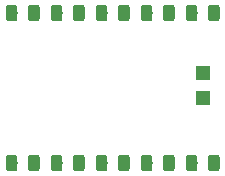
<source format=gbr>
G04 #@! TF.GenerationSoftware,KiCad,Pcbnew,(5.0.2)-1*
G04 #@! TF.CreationDate,2019-03-06T22:55:48-05:00*
G04 #@! TF.ProjectId,v2,76322e6b-6963-4616-945f-706362585858,rev?*
G04 #@! TF.SameCoordinates,Original*
G04 #@! TF.FileFunction,Paste,Top*
G04 #@! TF.FilePolarity,Positive*
%FSLAX46Y46*%
G04 Gerber Fmt 4.6, Leading zero omitted, Abs format (unit mm)*
G04 Created by KiCad (PCBNEW (5.0.2)-1) date 3/6/2019 10:55:48 PM*
%MOMM*%
%LPD*%
G01*
G04 APERTURE LIST*
%ADD10R,1.200000X1.200000*%
%ADD11C,0.100000*%
%ADD12C,0.975000*%
G04 APERTURE END LIST*
D10*
G04 #@! TO.C,D1*
X129540000Y-82745000D03*
X129540000Y-80645000D03*
G04 #@! TD*
D11*
G04 #@! TO.C,R1*
G36*
X115505142Y-87566174D02*
X115528803Y-87569684D01*
X115552007Y-87575496D01*
X115574529Y-87583554D01*
X115596153Y-87593782D01*
X115616670Y-87606079D01*
X115635883Y-87620329D01*
X115653607Y-87636393D01*
X115669671Y-87654117D01*
X115683921Y-87673330D01*
X115696218Y-87693847D01*
X115706446Y-87715471D01*
X115714504Y-87737993D01*
X115720316Y-87761197D01*
X115723826Y-87784858D01*
X115725000Y-87808750D01*
X115725000Y-88721250D01*
X115723826Y-88745142D01*
X115720316Y-88768803D01*
X115714504Y-88792007D01*
X115706446Y-88814529D01*
X115696218Y-88836153D01*
X115683921Y-88856670D01*
X115669671Y-88875883D01*
X115653607Y-88893607D01*
X115635883Y-88909671D01*
X115616670Y-88923921D01*
X115596153Y-88936218D01*
X115574529Y-88946446D01*
X115552007Y-88954504D01*
X115528803Y-88960316D01*
X115505142Y-88963826D01*
X115481250Y-88965000D01*
X114993750Y-88965000D01*
X114969858Y-88963826D01*
X114946197Y-88960316D01*
X114922993Y-88954504D01*
X114900471Y-88946446D01*
X114878847Y-88936218D01*
X114858330Y-88923921D01*
X114839117Y-88909671D01*
X114821393Y-88893607D01*
X114805329Y-88875883D01*
X114791079Y-88856670D01*
X114778782Y-88836153D01*
X114768554Y-88814529D01*
X114760496Y-88792007D01*
X114754684Y-88768803D01*
X114751174Y-88745142D01*
X114750000Y-88721250D01*
X114750000Y-87808750D01*
X114751174Y-87784858D01*
X114754684Y-87761197D01*
X114760496Y-87737993D01*
X114768554Y-87715471D01*
X114778782Y-87693847D01*
X114791079Y-87673330D01*
X114805329Y-87654117D01*
X114821393Y-87636393D01*
X114839117Y-87620329D01*
X114858330Y-87606079D01*
X114878847Y-87593782D01*
X114900471Y-87583554D01*
X114922993Y-87575496D01*
X114946197Y-87569684D01*
X114969858Y-87566174D01*
X114993750Y-87565000D01*
X115481250Y-87565000D01*
X115505142Y-87566174D01*
X115505142Y-87566174D01*
G37*
D12*
X115237500Y-88265000D03*
D11*
G36*
X113630142Y-87566174D02*
X113653803Y-87569684D01*
X113677007Y-87575496D01*
X113699529Y-87583554D01*
X113721153Y-87593782D01*
X113741670Y-87606079D01*
X113760883Y-87620329D01*
X113778607Y-87636393D01*
X113794671Y-87654117D01*
X113808921Y-87673330D01*
X113821218Y-87693847D01*
X113831446Y-87715471D01*
X113839504Y-87737993D01*
X113845316Y-87761197D01*
X113848826Y-87784858D01*
X113850000Y-87808750D01*
X113850000Y-88721250D01*
X113848826Y-88745142D01*
X113845316Y-88768803D01*
X113839504Y-88792007D01*
X113831446Y-88814529D01*
X113821218Y-88836153D01*
X113808921Y-88856670D01*
X113794671Y-88875883D01*
X113778607Y-88893607D01*
X113760883Y-88909671D01*
X113741670Y-88923921D01*
X113721153Y-88936218D01*
X113699529Y-88946446D01*
X113677007Y-88954504D01*
X113653803Y-88960316D01*
X113630142Y-88963826D01*
X113606250Y-88965000D01*
X113118750Y-88965000D01*
X113094858Y-88963826D01*
X113071197Y-88960316D01*
X113047993Y-88954504D01*
X113025471Y-88946446D01*
X113003847Y-88936218D01*
X112983330Y-88923921D01*
X112964117Y-88909671D01*
X112946393Y-88893607D01*
X112930329Y-88875883D01*
X112916079Y-88856670D01*
X112903782Y-88836153D01*
X112893554Y-88814529D01*
X112885496Y-88792007D01*
X112879684Y-88768803D01*
X112876174Y-88745142D01*
X112875000Y-88721250D01*
X112875000Y-87808750D01*
X112876174Y-87784858D01*
X112879684Y-87761197D01*
X112885496Y-87737993D01*
X112893554Y-87715471D01*
X112903782Y-87693847D01*
X112916079Y-87673330D01*
X112930329Y-87654117D01*
X112946393Y-87636393D01*
X112964117Y-87620329D01*
X112983330Y-87606079D01*
X113003847Y-87593782D01*
X113025471Y-87583554D01*
X113047993Y-87575496D01*
X113071197Y-87569684D01*
X113094858Y-87566174D01*
X113118750Y-87565000D01*
X113606250Y-87565000D01*
X113630142Y-87566174D01*
X113630142Y-87566174D01*
G37*
D12*
X113362500Y-88265000D03*
G04 #@! TD*
D11*
G04 #@! TO.C,R2*
G36*
X113630142Y-74866174D02*
X113653803Y-74869684D01*
X113677007Y-74875496D01*
X113699529Y-74883554D01*
X113721153Y-74893782D01*
X113741670Y-74906079D01*
X113760883Y-74920329D01*
X113778607Y-74936393D01*
X113794671Y-74954117D01*
X113808921Y-74973330D01*
X113821218Y-74993847D01*
X113831446Y-75015471D01*
X113839504Y-75037993D01*
X113845316Y-75061197D01*
X113848826Y-75084858D01*
X113850000Y-75108750D01*
X113850000Y-76021250D01*
X113848826Y-76045142D01*
X113845316Y-76068803D01*
X113839504Y-76092007D01*
X113831446Y-76114529D01*
X113821218Y-76136153D01*
X113808921Y-76156670D01*
X113794671Y-76175883D01*
X113778607Y-76193607D01*
X113760883Y-76209671D01*
X113741670Y-76223921D01*
X113721153Y-76236218D01*
X113699529Y-76246446D01*
X113677007Y-76254504D01*
X113653803Y-76260316D01*
X113630142Y-76263826D01*
X113606250Y-76265000D01*
X113118750Y-76265000D01*
X113094858Y-76263826D01*
X113071197Y-76260316D01*
X113047993Y-76254504D01*
X113025471Y-76246446D01*
X113003847Y-76236218D01*
X112983330Y-76223921D01*
X112964117Y-76209671D01*
X112946393Y-76193607D01*
X112930329Y-76175883D01*
X112916079Y-76156670D01*
X112903782Y-76136153D01*
X112893554Y-76114529D01*
X112885496Y-76092007D01*
X112879684Y-76068803D01*
X112876174Y-76045142D01*
X112875000Y-76021250D01*
X112875000Y-75108750D01*
X112876174Y-75084858D01*
X112879684Y-75061197D01*
X112885496Y-75037993D01*
X112893554Y-75015471D01*
X112903782Y-74993847D01*
X112916079Y-74973330D01*
X112930329Y-74954117D01*
X112946393Y-74936393D01*
X112964117Y-74920329D01*
X112983330Y-74906079D01*
X113003847Y-74893782D01*
X113025471Y-74883554D01*
X113047993Y-74875496D01*
X113071197Y-74869684D01*
X113094858Y-74866174D01*
X113118750Y-74865000D01*
X113606250Y-74865000D01*
X113630142Y-74866174D01*
X113630142Y-74866174D01*
G37*
D12*
X113362500Y-75565000D03*
D11*
G36*
X115505142Y-74866174D02*
X115528803Y-74869684D01*
X115552007Y-74875496D01*
X115574529Y-74883554D01*
X115596153Y-74893782D01*
X115616670Y-74906079D01*
X115635883Y-74920329D01*
X115653607Y-74936393D01*
X115669671Y-74954117D01*
X115683921Y-74973330D01*
X115696218Y-74993847D01*
X115706446Y-75015471D01*
X115714504Y-75037993D01*
X115720316Y-75061197D01*
X115723826Y-75084858D01*
X115725000Y-75108750D01*
X115725000Y-76021250D01*
X115723826Y-76045142D01*
X115720316Y-76068803D01*
X115714504Y-76092007D01*
X115706446Y-76114529D01*
X115696218Y-76136153D01*
X115683921Y-76156670D01*
X115669671Y-76175883D01*
X115653607Y-76193607D01*
X115635883Y-76209671D01*
X115616670Y-76223921D01*
X115596153Y-76236218D01*
X115574529Y-76246446D01*
X115552007Y-76254504D01*
X115528803Y-76260316D01*
X115505142Y-76263826D01*
X115481250Y-76265000D01*
X114993750Y-76265000D01*
X114969858Y-76263826D01*
X114946197Y-76260316D01*
X114922993Y-76254504D01*
X114900471Y-76246446D01*
X114878847Y-76236218D01*
X114858330Y-76223921D01*
X114839117Y-76209671D01*
X114821393Y-76193607D01*
X114805329Y-76175883D01*
X114791079Y-76156670D01*
X114778782Y-76136153D01*
X114768554Y-76114529D01*
X114760496Y-76092007D01*
X114754684Y-76068803D01*
X114751174Y-76045142D01*
X114750000Y-76021250D01*
X114750000Y-75108750D01*
X114751174Y-75084858D01*
X114754684Y-75061197D01*
X114760496Y-75037993D01*
X114768554Y-75015471D01*
X114778782Y-74993847D01*
X114791079Y-74973330D01*
X114805329Y-74954117D01*
X114821393Y-74936393D01*
X114839117Y-74920329D01*
X114858330Y-74906079D01*
X114878847Y-74893782D01*
X114900471Y-74883554D01*
X114922993Y-74875496D01*
X114946197Y-74869684D01*
X114969858Y-74866174D01*
X114993750Y-74865000D01*
X115481250Y-74865000D01*
X115505142Y-74866174D01*
X115505142Y-74866174D01*
G37*
D12*
X115237500Y-75565000D03*
G04 #@! TD*
D11*
G04 #@! TO.C,R3*
G36*
X117440142Y-87566174D02*
X117463803Y-87569684D01*
X117487007Y-87575496D01*
X117509529Y-87583554D01*
X117531153Y-87593782D01*
X117551670Y-87606079D01*
X117570883Y-87620329D01*
X117588607Y-87636393D01*
X117604671Y-87654117D01*
X117618921Y-87673330D01*
X117631218Y-87693847D01*
X117641446Y-87715471D01*
X117649504Y-87737993D01*
X117655316Y-87761197D01*
X117658826Y-87784858D01*
X117660000Y-87808750D01*
X117660000Y-88721250D01*
X117658826Y-88745142D01*
X117655316Y-88768803D01*
X117649504Y-88792007D01*
X117641446Y-88814529D01*
X117631218Y-88836153D01*
X117618921Y-88856670D01*
X117604671Y-88875883D01*
X117588607Y-88893607D01*
X117570883Y-88909671D01*
X117551670Y-88923921D01*
X117531153Y-88936218D01*
X117509529Y-88946446D01*
X117487007Y-88954504D01*
X117463803Y-88960316D01*
X117440142Y-88963826D01*
X117416250Y-88965000D01*
X116928750Y-88965000D01*
X116904858Y-88963826D01*
X116881197Y-88960316D01*
X116857993Y-88954504D01*
X116835471Y-88946446D01*
X116813847Y-88936218D01*
X116793330Y-88923921D01*
X116774117Y-88909671D01*
X116756393Y-88893607D01*
X116740329Y-88875883D01*
X116726079Y-88856670D01*
X116713782Y-88836153D01*
X116703554Y-88814529D01*
X116695496Y-88792007D01*
X116689684Y-88768803D01*
X116686174Y-88745142D01*
X116685000Y-88721250D01*
X116685000Y-87808750D01*
X116686174Y-87784858D01*
X116689684Y-87761197D01*
X116695496Y-87737993D01*
X116703554Y-87715471D01*
X116713782Y-87693847D01*
X116726079Y-87673330D01*
X116740329Y-87654117D01*
X116756393Y-87636393D01*
X116774117Y-87620329D01*
X116793330Y-87606079D01*
X116813847Y-87593782D01*
X116835471Y-87583554D01*
X116857993Y-87575496D01*
X116881197Y-87569684D01*
X116904858Y-87566174D01*
X116928750Y-87565000D01*
X117416250Y-87565000D01*
X117440142Y-87566174D01*
X117440142Y-87566174D01*
G37*
D12*
X117172500Y-88265000D03*
D11*
G36*
X119315142Y-87566174D02*
X119338803Y-87569684D01*
X119362007Y-87575496D01*
X119384529Y-87583554D01*
X119406153Y-87593782D01*
X119426670Y-87606079D01*
X119445883Y-87620329D01*
X119463607Y-87636393D01*
X119479671Y-87654117D01*
X119493921Y-87673330D01*
X119506218Y-87693847D01*
X119516446Y-87715471D01*
X119524504Y-87737993D01*
X119530316Y-87761197D01*
X119533826Y-87784858D01*
X119535000Y-87808750D01*
X119535000Y-88721250D01*
X119533826Y-88745142D01*
X119530316Y-88768803D01*
X119524504Y-88792007D01*
X119516446Y-88814529D01*
X119506218Y-88836153D01*
X119493921Y-88856670D01*
X119479671Y-88875883D01*
X119463607Y-88893607D01*
X119445883Y-88909671D01*
X119426670Y-88923921D01*
X119406153Y-88936218D01*
X119384529Y-88946446D01*
X119362007Y-88954504D01*
X119338803Y-88960316D01*
X119315142Y-88963826D01*
X119291250Y-88965000D01*
X118803750Y-88965000D01*
X118779858Y-88963826D01*
X118756197Y-88960316D01*
X118732993Y-88954504D01*
X118710471Y-88946446D01*
X118688847Y-88936218D01*
X118668330Y-88923921D01*
X118649117Y-88909671D01*
X118631393Y-88893607D01*
X118615329Y-88875883D01*
X118601079Y-88856670D01*
X118588782Y-88836153D01*
X118578554Y-88814529D01*
X118570496Y-88792007D01*
X118564684Y-88768803D01*
X118561174Y-88745142D01*
X118560000Y-88721250D01*
X118560000Y-87808750D01*
X118561174Y-87784858D01*
X118564684Y-87761197D01*
X118570496Y-87737993D01*
X118578554Y-87715471D01*
X118588782Y-87693847D01*
X118601079Y-87673330D01*
X118615329Y-87654117D01*
X118631393Y-87636393D01*
X118649117Y-87620329D01*
X118668330Y-87606079D01*
X118688847Y-87593782D01*
X118710471Y-87583554D01*
X118732993Y-87575496D01*
X118756197Y-87569684D01*
X118779858Y-87566174D01*
X118803750Y-87565000D01*
X119291250Y-87565000D01*
X119315142Y-87566174D01*
X119315142Y-87566174D01*
G37*
D12*
X119047500Y-88265000D03*
G04 #@! TD*
D11*
G04 #@! TO.C,R4*
G36*
X119315142Y-74866174D02*
X119338803Y-74869684D01*
X119362007Y-74875496D01*
X119384529Y-74883554D01*
X119406153Y-74893782D01*
X119426670Y-74906079D01*
X119445883Y-74920329D01*
X119463607Y-74936393D01*
X119479671Y-74954117D01*
X119493921Y-74973330D01*
X119506218Y-74993847D01*
X119516446Y-75015471D01*
X119524504Y-75037993D01*
X119530316Y-75061197D01*
X119533826Y-75084858D01*
X119535000Y-75108750D01*
X119535000Y-76021250D01*
X119533826Y-76045142D01*
X119530316Y-76068803D01*
X119524504Y-76092007D01*
X119516446Y-76114529D01*
X119506218Y-76136153D01*
X119493921Y-76156670D01*
X119479671Y-76175883D01*
X119463607Y-76193607D01*
X119445883Y-76209671D01*
X119426670Y-76223921D01*
X119406153Y-76236218D01*
X119384529Y-76246446D01*
X119362007Y-76254504D01*
X119338803Y-76260316D01*
X119315142Y-76263826D01*
X119291250Y-76265000D01*
X118803750Y-76265000D01*
X118779858Y-76263826D01*
X118756197Y-76260316D01*
X118732993Y-76254504D01*
X118710471Y-76246446D01*
X118688847Y-76236218D01*
X118668330Y-76223921D01*
X118649117Y-76209671D01*
X118631393Y-76193607D01*
X118615329Y-76175883D01*
X118601079Y-76156670D01*
X118588782Y-76136153D01*
X118578554Y-76114529D01*
X118570496Y-76092007D01*
X118564684Y-76068803D01*
X118561174Y-76045142D01*
X118560000Y-76021250D01*
X118560000Y-75108750D01*
X118561174Y-75084858D01*
X118564684Y-75061197D01*
X118570496Y-75037993D01*
X118578554Y-75015471D01*
X118588782Y-74993847D01*
X118601079Y-74973330D01*
X118615329Y-74954117D01*
X118631393Y-74936393D01*
X118649117Y-74920329D01*
X118668330Y-74906079D01*
X118688847Y-74893782D01*
X118710471Y-74883554D01*
X118732993Y-74875496D01*
X118756197Y-74869684D01*
X118779858Y-74866174D01*
X118803750Y-74865000D01*
X119291250Y-74865000D01*
X119315142Y-74866174D01*
X119315142Y-74866174D01*
G37*
D12*
X119047500Y-75565000D03*
D11*
G36*
X117440142Y-74866174D02*
X117463803Y-74869684D01*
X117487007Y-74875496D01*
X117509529Y-74883554D01*
X117531153Y-74893782D01*
X117551670Y-74906079D01*
X117570883Y-74920329D01*
X117588607Y-74936393D01*
X117604671Y-74954117D01*
X117618921Y-74973330D01*
X117631218Y-74993847D01*
X117641446Y-75015471D01*
X117649504Y-75037993D01*
X117655316Y-75061197D01*
X117658826Y-75084858D01*
X117660000Y-75108750D01*
X117660000Y-76021250D01*
X117658826Y-76045142D01*
X117655316Y-76068803D01*
X117649504Y-76092007D01*
X117641446Y-76114529D01*
X117631218Y-76136153D01*
X117618921Y-76156670D01*
X117604671Y-76175883D01*
X117588607Y-76193607D01*
X117570883Y-76209671D01*
X117551670Y-76223921D01*
X117531153Y-76236218D01*
X117509529Y-76246446D01*
X117487007Y-76254504D01*
X117463803Y-76260316D01*
X117440142Y-76263826D01*
X117416250Y-76265000D01*
X116928750Y-76265000D01*
X116904858Y-76263826D01*
X116881197Y-76260316D01*
X116857993Y-76254504D01*
X116835471Y-76246446D01*
X116813847Y-76236218D01*
X116793330Y-76223921D01*
X116774117Y-76209671D01*
X116756393Y-76193607D01*
X116740329Y-76175883D01*
X116726079Y-76156670D01*
X116713782Y-76136153D01*
X116703554Y-76114529D01*
X116695496Y-76092007D01*
X116689684Y-76068803D01*
X116686174Y-76045142D01*
X116685000Y-76021250D01*
X116685000Y-75108750D01*
X116686174Y-75084858D01*
X116689684Y-75061197D01*
X116695496Y-75037993D01*
X116703554Y-75015471D01*
X116713782Y-74993847D01*
X116726079Y-74973330D01*
X116740329Y-74954117D01*
X116756393Y-74936393D01*
X116774117Y-74920329D01*
X116793330Y-74906079D01*
X116813847Y-74893782D01*
X116835471Y-74883554D01*
X116857993Y-74875496D01*
X116881197Y-74869684D01*
X116904858Y-74866174D01*
X116928750Y-74865000D01*
X117416250Y-74865000D01*
X117440142Y-74866174D01*
X117440142Y-74866174D01*
G37*
D12*
X117172500Y-75565000D03*
G04 #@! TD*
D11*
G04 #@! TO.C,R5*
G36*
X123125142Y-87566174D02*
X123148803Y-87569684D01*
X123172007Y-87575496D01*
X123194529Y-87583554D01*
X123216153Y-87593782D01*
X123236670Y-87606079D01*
X123255883Y-87620329D01*
X123273607Y-87636393D01*
X123289671Y-87654117D01*
X123303921Y-87673330D01*
X123316218Y-87693847D01*
X123326446Y-87715471D01*
X123334504Y-87737993D01*
X123340316Y-87761197D01*
X123343826Y-87784858D01*
X123345000Y-87808750D01*
X123345000Y-88721250D01*
X123343826Y-88745142D01*
X123340316Y-88768803D01*
X123334504Y-88792007D01*
X123326446Y-88814529D01*
X123316218Y-88836153D01*
X123303921Y-88856670D01*
X123289671Y-88875883D01*
X123273607Y-88893607D01*
X123255883Y-88909671D01*
X123236670Y-88923921D01*
X123216153Y-88936218D01*
X123194529Y-88946446D01*
X123172007Y-88954504D01*
X123148803Y-88960316D01*
X123125142Y-88963826D01*
X123101250Y-88965000D01*
X122613750Y-88965000D01*
X122589858Y-88963826D01*
X122566197Y-88960316D01*
X122542993Y-88954504D01*
X122520471Y-88946446D01*
X122498847Y-88936218D01*
X122478330Y-88923921D01*
X122459117Y-88909671D01*
X122441393Y-88893607D01*
X122425329Y-88875883D01*
X122411079Y-88856670D01*
X122398782Y-88836153D01*
X122388554Y-88814529D01*
X122380496Y-88792007D01*
X122374684Y-88768803D01*
X122371174Y-88745142D01*
X122370000Y-88721250D01*
X122370000Y-87808750D01*
X122371174Y-87784858D01*
X122374684Y-87761197D01*
X122380496Y-87737993D01*
X122388554Y-87715471D01*
X122398782Y-87693847D01*
X122411079Y-87673330D01*
X122425329Y-87654117D01*
X122441393Y-87636393D01*
X122459117Y-87620329D01*
X122478330Y-87606079D01*
X122498847Y-87593782D01*
X122520471Y-87583554D01*
X122542993Y-87575496D01*
X122566197Y-87569684D01*
X122589858Y-87566174D01*
X122613750Y-87565000D01*
X123101250Y-87565000D01*
X123125142Y-87566174D01*
X123125142Y-87566174D01*
G37*
D12*
X122857500Y-88265000D03*
D11*
G36*
X121250142Y-87566174D02*
X121273803Y-87569684D01*
X121297007Y-87575496D01*
X121319529Y-87583554D01*
X121341153Y-87593782D01*
X121361670Y-87606079D01*
X121380883Y-87620329D01*
X121398607Y-87636393D01*
X121414671Y-87654117D01*
X121428921Y-87673330D01*
X121441218Y-87693847D01*
X121451446Y-87715471D01*
X121459504Y-87737993D01*
X121465316Y-87761197D01*
X121468826Y-87784858D01*
X121470000Y-87808750D01*
X121470000Y-88721250D01*
X121468826Y-88745142D01*
X121465316Y-88768803D01*
X121459504Y-88792007D01*
X121451446Y-88814529D01*
X121441218Y-88836153D01*
X121428921Y-88856670D01*
X121414671Y-88875883D01*
X121398607Y-88893607D01*
X121380883Y-88909671D01*
X121361670Y-88923921D01*
X121341153Y-88936218D01*
X121319529Y-88946446D01*
X121297007Y-88954504D01*
X121273803Y-88960316D01*
X121250142Y-88963826D01*
X121226250Y-88965000D01*
X120738750Y-88965000D01*
X120714858Y-88963826D01*
X120691197Y-88960316D01*
X120667993Y-88954504D01*
X120645471Y-88946446D01*
X120623847Y-88936218D01*
X120603330Y-88923921D01*
X120584117Y-88909671D01*
X120566393Y-88893607D01*
X120550329Y-88875883D01*
X120536079Y-88856670D01*
X120523782Y-88836153D01*
X120513554Y-88814529D01*
X120505496Y-88792007D01*
X120499684Y-88768803D01*
X120496174Y-88745142D01*
X120495000Y-88721250D01*
X120495000Y-87808750D01*
X120496174Y-87784858D01*
X120499684Y-87761197D01*
X120505496Y-87737993D01*
X120513554Y-87715471D01*
X120523782Y-87693847D01*
X120536079Y-87673330D01*
X120550329Y-87654117D01*
X120566393Y-87636393D01*
X120584117Y-87620329D01*
X120603330Y-87606079D01*
X120623847Y-87593782D01*
X120645471Y-87583554D01*
X120667993Y-87575496D01*
X120691197Y-87569684D01*
X120714858Y-87566174D01*
X120738750Y-87565000D01*
X121226250Y-87565000D01*
X121250142Y-87566174D01*
X121250142Y-87566174D01*
G37*
D12*
X120982500Y-88265000D03*
G04 #@! TD*
D11*
G04 #@! TO.C,R6*
G36*
X121250142Y-74866174D02*
X121273803Y-74869684D01*
X121297007Y-74875496D01*
X121319529Y-74883554D01*
X121341153Y-74893782D01*
X121361670Y-74906079D01*
X121380883Y-74920329D01*
X121398607Y-74936393D01*
X121414671Y-74954117D01*
X121428921Y-74973330D01*
X121441218Y-74993847D01*
X121451446Y-75015471D01*
X121459504Y-75037993D01*
X121465316Y-75061197D01*
X121468826Y-75084858D01*
X121470000Y-75108750D01*
X121470000Y-76021250D01*
X121468826Y-76045142D01*
X121465316Y-76068803D01*
X121459504Y-76092007D01*
X121451446Y-76114529D01*
X121441218Y-76136153D01*
X121428921Y-76156670D01*
X121414671Y-76175883D01*
X121398607Y-76193607D01*
X121380883Y-76209671D01*
X121361670Y-76223921D01*
X121341153Y-76236218D01*
X121319529Y-76246446D01*
X121297007Y-76254504D01*
X121273803Y-76260316D01*
X121250142Y-76263826D01*
X121226250Y-76265000D01*
X120738750Y-76265000D01*
X120714858Y-76263826D01*
X120691197Y-76260316D01*
X120667993Y-76254504D01*
X120645471Y-76246446D01*
X120623847Y-76236218D01*
X120603330Y-76223921D01*
X120584117Y-76209671D01*
X120566393Y-76193607D01*
X120550329Y-76175883D01*
X120536079Y-76156670D01*
X120523782Y-76136153D01*
X120513554Y-76114529D01*
X120505496Y-76092007D01*
X120499684Y-76068803D01*
X120496174Y-76045142D01*
X120495000Y-76021250D01*
X120495000Y-75108750D01*
X120496174Y-75084858D01*
X120499684Y-75061197D01*
X120505496Y-75037993D01*
X120513554Y-75015471D01*
X120523782Y-74993847D01*
X120536079Y-74973330D01*
X120550329Y-74954117D01*
X120566393Y-74936393D01*
X120584117Y-74920329D01*
X120603330Y-74906079D01*
X120623847Y-74893782D01*
X120645471Y-74883554D01*
X120667993Y-74875496D01*
X120691197Y-74869684D01*
X120714858Y-74866174D01*
X120738750Y-74865000D01*
X121226250Y-74865000D01*
X121250142Y-74866174D01*
X121250142Y-74866174D01*
G37*
D12*
X120982500Y-75565000D03*
D11*
G36*
X123125142Y-74866174D02*
X123148803Y-74869684D01*
X123172007Y-74875496D01*
X123194529Y-74883554D01*
X123216153Y-74893782D01*
X123236670Y-74906079D01*
X123255883Y-74920329D01*
X123273607Y-74936393D01*
X123289671Y-74954117D01*
X123303921Y-74973330D01*
X123316218Y-74993847D01*
X123326446Y-75015471D01*
X123334504Y-75037993D01*
X123340316Y-75061197D01*
X123343826Y-75084858D01*
X123345000Y-75108750D01*
X123345000Y-76021250D01*
X123343826Y-76045142D01*
X123340316Y-76068803D01*
X123334504Y-76092007D01*
X123326446Y-76114529D01*
X123316218Y-76136153D01*
X123303921Y-76156670D01*
X123289671Y-76175883D01*
X123273607Y-76193607D01*
X123255883Y-76209671D01*
X123236670Y-76223921D01*
X123216153Y-76236218D01*
X123194529Y-76246446D01*
X123172007Y-76254504D01*
X123148803Y-76260316D01*
X123125142Y-76263826D01*
X123101250Y-76265000D01*
X122613750Y-76265000D01*
X122589858Y-76263826D01*
X122566197Y-76260316D01*
X122542993Y-76254504D01*
X122520471Y-76246446D01*
X122498847Y-76236218D01*
X122478330Y-76223921D01*
X122459117Y-76209671D01*
X122441393Y-76193607D01*
X122425329Y-76175883D01*
X122411079Y-76156670D01*
X122398782Y-76136153D01*
X122388554Y-76114529D01*
X122380496Y-76092007D01*
X122374684Y-76068803D01*
X122371174Y-76045142D01*
X122370000Y-76021250D01*
X122370000Y-75108750D01*
X122371174Y-75084858D01*
X122374684Y-75061197D01*
X122380496Y-75037993D01*
X122388554Y-75015471D01*
X122398782Y-74993847D01*
X122411079Y-74973330D01*
X122425329Y-74954117D01*
X122441393Y-74936393D01*
X122459117Y-74920329D01*
X122478330Y-74906079D01*
X122498847Y-74893782D01*
X122520471Y-74883554D01*
X122542993Y-74875496D01*
X122566197Y-74869684D01*
X122589858Y-74866174D01*
X122613750Y-74865000D01*
X123101250Y-74865000D01*
X123125142Y-74866174D01*
X123125142Y-74866174D01*
G37*
D12*
X122857500Y-75565000D03*
G04 #@! TD*
D11*
G04 #@! TO.C,R7*
G36*
X125060142Y-87566174D02*
X125083803Y-87569684D01*
X125107007Y-87575496D01*
X125129529Y-87583554D01*
X125151153Y-87593782D01*
X125171670Y-87606079D01*
X125190883Y-87620329D01*
X125208607Y-87636393D01*
X125224671Y-87654117D01*
X125238921Y-87673330D01*
X125251218Y-87693847D01*
X125261446Y-87715471D01*
X125269504Y-87737993D01*
X125275316Y-87761197D01*
X125278826Y-87784858D01*
X125280000Y-87808750D01*
X125280000Y-88721250D01*
X125278826Y-88745142D01*
X125275316Y-88768803D01*
X125269504Y-88792007D01*
X125261446Y-88814529D01*
X125251218Y-88836153D01*
X125238921Y-88856670D01*
X125224671Y-88875883D01*
X125208607Y-88893607D01*
X125190883Y-88909671D01*
X125171670Y-88923921D01*
X125151153Y-88936218D01*
X125129529Y-88946446D01*
X125107007Y-88954504D01*
X125083803Y-88960316D01*
X125060142Y-88963826D01*
X125036250Y-88965000D01*
X124548750Y-88965000D01*
X124524858Y-88963826D01*
X124501197Y-88960316D01*
X124477993Y-88954504D01*
X124455471Y-88946446D01*
X124433847Y-88936218D01*
X124413330Y-88923921D01*
X124394117Y-88909671D01*
X124376393Y-88893607D01*
X124360329Y-88875883D01*
X124346079Y-88856670D01*
X124333782Y-88836153D01*
X124323554Y-88814529D01*
X124315496Y-88792007D01*
X124309684Y-88768803D01*
X124306174Y-88745142D01*
X124305000Y-88721250D01*
X124305000Y-87808750D01*
X124306174Y-87784858D01*
X124309684Y-87761197D01*
X124315496Y-87737993D01*
X124323554Y-87715471D01*
X124333782Y-87693847D01*
X124346079Y-87673330D01*
X124360329Y-87654117D01*
X124376393Y-87636393D01*
X124394117Y-87620329D01*
X124413330Y-87606079D01*
X124433847Y-87593782D01*
X124455471Y-87583554D01*
X124477993Y-87575496D01*
X124501197Y-87569684D01*
X124524858Y-87566174D01*
X124548750Y-87565000D01*
X125036250Y-87565000D01*
X125060142Y-87566174D01*
X125060142Y-87566174D01*
G37*
D12*
X124792500Y-88265000D03*
D11*
G36*
X126935142Y-87566174D02*
X126958803Y-87569684D01*
X126982007Y-87575496D01*
X127004529Y-87583554D01*
X127026153Y-87593782D01*
X127046670Y-87606079D01*
X127065883Y-87620329D01*
X127083607Y-87636393D01*
X127099671Y-87654117D01*
X127113921Y-87673330D01*
X127126218Y-87693847D01*
X127136446Y-87715471D01*
X127144504Y-87737993D01*
X127150316Y-87761197D01*
X127153826Y-87784858D01*
X127155000Y-87808750D01*
X127155000Y-88721250D01*
X127153826Y-88745142D01*
X127150316Y-88768803D01*
X127144504Y-88792007D01*
X127136446Y-88814529D01*
X127126218Y-88836153D01*
X127113921Y-88856670D01*
X127099671Y-88875883D01*
X127083607Y-88893607D01*
X127065883Y-88909671D01*
X127046670Y-88923921D01*
X127026153Y-88936218D01*
X127004529Y-88946446D01*
X126982007Y-88954504D01*
X126958803Y-88960316D01*
X126935142Y-88963826D01*
X126911250Y-88965000D01*
X126423750Y-88965000D01*
X126399858Y-88963826D01*
X126376197Y-88960316D01*
X126352993Y-88954504D01*
X126330471Y-88946446D01*
X126308847Y-88936218D01*
X126288330Y-88923921D01*
X126269117Y-88909671D01*
X126251393Y-88893607D01*
X126235329Y-88875883D01*
X126221079Y-88856670D01*
X126208782Y-88836153D01*
X126198554Y-88814529D01*
X126190496Y-88792007D01*
X126184684Y-88768803D01*
X126181174Y-88745142D01*
X126180000Y-88721250D01*
X126180000Y-87808750D01*
X126181174Y-87784858D01*
X126184684Y-87761197D01*
X126190496Y-87737993D01*
X126198554Y-87715471D01*
X126208782Y-87693847D01*
X126221079Y-87673330D01*
X126235329Y-87654117D01*
X126251393Y-87636393D01*
X126269117Y-87620329D01*
X126288330Y-87606079D01*
X126308847Y-87593782D01*
X126330471Y-87583554D01*
X126352993Y-87575496D01*
X126376197Y-87569684D01*
X126399858Y-87566174D01*
X126423750Y-87565000D01*
X126911250Y-87565000D01*
X126935142Y-87566174D01*
X126935142Y-87566174D01*
G37*
D12*
X126667500Y-88265000D03*
G04 #@! TD*
D11*
G04 #@! TO.C,R8*
G36*
X126935142Y-74866174D02*
X126958803Y-74869684D01*
X126982007Y-74875496D01*
X127004529Y-74883554D01*
X127026153Y-74893782D01*
X127046670Y-74906079D01*
X127065883Y-74920329D01*
X127083607Y-74936393D01*
X127099671Y-74954117D01*
X127113921Y-74973330D01*
X127126218Y-74993847D01*
X127136446Y-75015471D01*
X127144504Y-75037993D01*
X127150316Y-75061197D01*
X127153826Y-75084858D01*
X127155000Y-75108750D01*
X127155000Y-76021250D01*
X127153826Y-76045142D01*
X127150316Y-76068803D01*
X127144504Y-76092007D01*
X127136446Y-76114529D01*
X127126218Y-76136153D01*
X127113921Y-76156670D01*
X127099671Y-76175883D01*
X127083607Y-76193607D01*
X127065883Y-76209671D01*
X127046670Y-76223921D01*
X127026153Y-76236218D01*
X127004529Y-76246446D01*
X126982007Y-76254504D01*
X126958803Y-76260316D01*
X126935142Y-76263826D01*
X126911250Y-76265000D01*
X126423750Y-76265000D01*
X126399858Y-76263826D01*
X126376197Y-76260316D01*
X126352993Y-76254504D01*
X126330471Y-76246446D01*
X126308847Y-76236218D01*
X126288330Y-76223921D01*
X126269117Y-76209671D01*
X126251393Y-76193607D01*
X126235329Y-76175883D01*
X126221079Y-76156670D01*
X126208782Y-76136153D01*
X126198554Y-76114529D01*
X126190496Y-76092007D01*
X126184684Y-76068803D01*
X126181174Y-76045142D01*
X126180000Y-76021250D01*
X126180000Y-75108750D01*
X126181174Y-75084858D01*
X126184684Y-75061197D01*
X126190496Y-75037993D01*
X126198554Y-75015471D01*
X126208782Y-74993847D01*
X126221079Y-74973330D01*
X126235329Y-74954117D01*
X126251393Y-74936393D01*
X126269117Y-74920329D01*
X126288330Y-74906079D01*
X126308847Y-74893782D01*
X126330471Y-74883554D01*
X126352993Y-74875496D01*
X126376197Y-74869684D01*
X126399858Y-74866174D01*
X126423750Y-74865000D01*
X126911250Y-74865000D01*
X126935142Y-74866174D01*
X126935142Y-74866174D01*
G37*
D12*
X126667500Y-75565000D03*
D11*
G36*
X125060142Y-74866174D02*
X125083803Y-74869684D01*
X125107007Y-74875496D01*
X125129529Y-74883554D01*
X125151153Y-74893782D01*
X125171670Y-74906079D01*
X125190883Y-74920329D01*
X125208607Y-74936393D01*
X125224671Y-74954117D01*
X125238921Y-74973330D01*
X125251218Y-74993847D01*
X125261446Y-75015471D01*
X125269504Y-75037993D01*
X125275316Y-75061197D01*
X125278826Y-75084858D01*
X125280000Y-75108750D01*
X125280000Y-76021250D01*
X125278826Y-76045142D01*
X125275316Y-76068803D01*
X125269504Y-76092007D01*
X125261446Y-76114529D01*
X125251218Y-76136153D01*
X125238921Y-76156670D01*
X125224671Y-76175883D01*
X125208607Y-76193607D01*
X125190883Y-76209671D01*
X125171670Y-76223921D01*
X125151153Y-76236218D01*
X125129529Y-76246446D01*
X125107007Y-76254504D01*
X125083803Y-76260316D01*
X125060142Y-76263826D01*
X125036250Y-76265000D01*
X124548750Y-76265000D01*
X124524858Y-76263826D01*
X124501197Y-76260316D01*
X124477993Y-76254504D01*
X124455471Y-76246446D01*
X124433847Y-76236218D01*
X124413330Y-76223921D01*
X124394117Y-76209671D01*
X124376393Y-76193607D01*
X124360329Y-76175883D01*
X124346079Y-76156670D01*
X124333782Y-76136153D01*
X124323554Y-76114529D01*
X124315496Y-76092007D01*
X124309684Y-76068803D01*
X124306174Y-76045142D01*
X124305000Y-76021250D01*
X124305000Y-75108750D01*
X124306174Y-75084858D01*
X124309684Y-75061197D01*
X124315496Y-75037993D01*
X124323554Y-75015471D01*
X124333782Y-74993847D01*
X124346079Y-74973330D01*
X124360329Y-74954117D01*
X124376393Y-74936393D01*
X124394117Y-74920329D01*
X124413330Y-74906079D01*
X124433847Y-74893782D01*
X124455471Y-74883554D01*
X124477993Y-74875496D01*
X124501197Y-74869684D01*
X124524858Y-74866174D01*
X124548750Y-74865000D01*
X125036250Y-74865000D01*
X125060142Y-74866174D01*
X125060142Y-74866174D01*
G37*
D12*
X124792500Y-75565000D03*
G04 #@! TD*
D11*
G04 #@! TO.C,R9*
G36*
X130745142Y-87566174D02*
X130768803Y-87569684D01*
X130792007Y-87575496D01*
X130814529Y-87583554D01*
X130836153Y-87593782D01*
X130856670Y-87606079D01*
X130875883Y-87620329D01*
X130893607Y-87636393D01*
X130909671Y-87654117D01*
X130923921Y-87673330D01*
X130936218Y-87693847D01*
X130946446Y-87715471D01*
X130954504Y-87737993D01*
X130960316Y-87761197D01*
X130963826Y-87784858D01*
X130965000Y-87808750D01*
X130965000Y-88721250D01*
X130963826Y-88745142D01*
X130960316Y-88768803D01*
X130954504Y-88792007D01*
X130946446Y-88814529D01*
X130936218Y-88836153D01*
X130923921Y-88856670D01*
X130909671Y-88875883D01*
X130893607Y-88893607D01*
X130875883Y-88909671D01*
X130856670Y-88923921D01*
X130836153Y-88936218D01*
X130814529Y-88946446D01*
X130792007Y-88954504D01*
X130768803Y-88960316D01*
X130745142Y-88963826D01*
X130721250Y-88965000D01*
X130233750Y-88965000D01*
X130209858Y-88963826D01*
X130186197Y-88960316D01*
X130162993Y-88954504D01*
X130140471Y-88946446D01*
X130118847Y-88936218D01*
X130098330Y-88923921D01*
X130079117Y-88909671D01*
X130061393Y-88893607D01*
X130045329Y-88875883D01*
X130031079Y-88856670D01*
X130018782Y-88836153D01*
X130008554Y-88814529D01*
X130000496Y-88792007D01*
X129994684Y-88768803D01*
X129991174Y-88745142D01*
X129990000Y-88721250D01*
X129990000Y-87808750D01*
X129991174Y-87784858D01*
X129994684Y-87761197D01*
X130000496Y-87737993D01*
X130008554Y-87715471D01*
X130018782Y-87693847D01*
X130031079Y-87673330D01*
X130045329Y-87654117D01*
X130061393Y-87636393D01*
X130079117Y-87620329D01*
X130098330Y-87606079D01*
X130118847Y-87593782D01*
X130140471Y-87583554D01*
X130162993Y-87575496D01*
X130186197Y-87569684D01*
X130209858Y-87566174D01*
X130233750Y-87565000D01*
X130721250Y-87565000D01*
X130745142Y-87566174D01*
X130745142Y-87566174D01*
G37*
D12*
X130477500Y-88265000D03*
D11*
G36*
X128870142Y-87566174D02*
X128893803Y-87569684D01*
X128917007Y-87575496D01*
X128939529Y-87583554D01*
X128961153Y-87593782D01*
X128981670Y-87606079D01*
X129000883Y-87620329D01*
X129018607Y-87636393D01*
X129034671Y-87654117D01*
X129048921Y-87673330D01*
X129061218Y-87693847D01*
X129071446Y-87715471D01*
X129079504Y-87737993D01*
X129085316Y-87761197D01*
X129088826Y-87784858D01*
X129090000Y-87808750D01*
X129090000Y-88721250D01*
X129088826Y-88745142D01*
X129085316Y-88768803D01*
X129079504Y-88792007D01*
X129071446Y-88814529D01*
X129061218Y-88836153D01*
X129048921Y-88856670D01*
X129034671Y-88875883D01*
X129018607Y-88893607D01*
X129000883Y-88909671D01*
X128981670Y-88923921D01*
X128961153Y-88936218D01*
X128939529Y-88946446D01*
X128917007Y-88954504D01*
X128893803Y-88960316D01*
X128870142Y-88963826D01*
X128846250Y-88965000D01*
X128358750Y-88965000D01*
X128334858Y-88963826D01*
X128311197Y-88960316D01*
X128287993Y-88954504D01*
X128265471Y-88946446D01*
X128243847Y-88936218D01*
X128223330Y-88923921D01*
X128204117Y-88909671D01*
X128186393Y-88893607D01*
X128170329Y-88875883D01*
X128156079Y-88856670D01*
X128143782Y-88836153D01*
X128133554Y-88814529D01*
X128125496Y-88792007D01*
X128119684Y-88768803D01*
X128116174Y-88745142D01*
X128115000Y-88721250D01*
X128115000Y-87808750D01*
X128116174Y-87784858D01*
X128119684Y-87761197D01*
X128125496Y-87737993D01*
X128133554Y-87715471D01*
X128143782Y-87693847D01*
X128156079Y-87673330D01*
X128170329Y-87654117D01*
X128186393Y-87636393D01*
X128204117Y-87620329D01*
X128223330Y-87606079D01*
X128243847Y-87593782D01*
X128265471Y-87583554D01*
X128287993Y-87575496D01*
X128311197Y-87569684D01*
X128334858Y-87566174D01*
X128358750Y-87565000D01*
X128846250Y-87565000D01*
X128870142Y-87566174D01*
X128870142Y-87566174D01*
G37*
D12*
X128602500Y-88265000D03*
G04 #@! TD*
D11*
G04 #@! TO.C,R10*
G36*
X128870142Y-74866174D02*
X128893803Y-74869684D01*
X128917007Y-74875496D01*
X128939529Y-74883554D01*
X128961153Y-74893782D01*
X128981670Y-74906079D01*
X129000883Y-74920329D01*
X129018607Y-74936393D01*
X129034671Y-74954117D01*
X129048921Y-74973330D01*
X129061218Y-74993847D01*
X129071446Y-75015471D01*
X129079504Y-75037993D01*
X129085316Y-75061197D01*
X129088826Y-75084858D01*
X129090000Y-75108750D01*
X129090000Y-76021250D01*
X129088826Y-76045142D01*
X129085316Y-76068803D01*
X129079504Y-76092007D01*
X129071446Y-76114529D01*
X129061218Y-76136153D01*
X129048921Y-76156670D01*
X129034671Y-76175883D01*
X129018607Y-76193607D01*
X129000883Y-76209671D01*
X128981670Y-76223921D01*
X128961153Y-76236218D01*
X128939529Y-76246446D01*
X128917007Y-76254504D01*
X128893803Y-76260316D01*
X128870142Y-76263826D01*
X128846250Y-76265000D01*
X128358750Y-76265000D01*
X128334858Y-76263826D01*
X128311197Y-76260316D01*
X128287993Y-76254504D01*
X128265471Y-76246446D01*
X128243847Y-76236218D01*
X128223330Y-76223921D01*
X128204117Y-76209671D01*
X128186393Y-76193607D01*
X128170329Y-76175883D01*
X128156079Y-76156670D01*
X128143782Y-76136153D01*
X128133554Y-76114529D01*
X128125496Y-76092007D01*
X128119684Y-76068803D01*
X128116174Y-76045142D01*
X128115000Y-76021250D01*
X128115000Y-75108750D01*
X128116174Y-75084858D01*
X128119684Y-75061197D01*
X128125496Y-75037993D01*
X128133554Y-75015471D01*
X128143782Y-74993847D01*
X128156079Y-74973330D01*
X128170329Y-74954117D01*
X128186393Y-74936393D01*
X128204117Y-74920329D01*
X128223330Y-74906079D01*
X128243847Y-74893782D01*
X128265471Y-74883554D01*
X128287993Y-74875496D01*
X128311197Y-74869684D01*
X128334858Y-74866174D01*
X128358750Y-74865000D01*
X128846250Y-74865000D01*
X128870142Y-74866174D01*
X128870142Y-74866174D01*
G37*
D12*
X128602500Y-75565000D03*
D11*
G36*
X130745142Y-74866174D02*
X130768803Y-74869684D01*
X130792007Y-74875496D01*
X130814529Y-74883554D01*
X130836153Y-74893782D01*
X130856670Y-74906079D01*
X130875883Y-74920329D01*
X130893607Y-74936393D01*
X130909671Y-74954117D01*
X130923921Y-74973330D01*
X130936218Y-74993847D01*
X130946446Y-75015471D01*
X130954504Y-75037993D01*
X130960316Y-75061197D01*
X130963826Y-75084858D01*
X130965000Y-75108750D01*
X130965000Y-76021250D01*
X130963826Y-76045142D01*
X130960316Y-76068803D01*
X130954504Y-76092007D01*
X130946446Y-76114529D01*
X130936218Y-76136153D01*
X130923921Y-76156670D01*
X130909671Y-76175883D01*
X130893607Y-76193607D01*
X130875883Y-76209671D01*
X130856670Y-76223921D01*
X130836153Y-76236218D01*
X130814529Y-76246446D01*
X130792007Y-76254504D01*
X130768803Y-76260316D01*
X130745142Y-76263826D01*
X130721250Y-76265000D01*
X130233750Y-76265000D01*
X130209858Y-76263826D01*
X130186197Y-76260316D01*
X130162993Y-76254504D01*
X130140471Y-76246446D01*
X130118847Y-76236218D01*
X130098330Y-76223921D01*
X130079117Y-76209671D01*
X130061393Y-76193607D01*
X130045329Y-76175883D01*
X130031079Y-76156670D01*
X130018782Y-76136153D01*
X130008554Y-76114529D01*
X130000496Y-76092007D01*
X129994684Y-76068803D01*
X129991174Y-76045142D01*
X129990000Y-76021250D01*
X129990000Y-75108750D01*
X129991174Y-75084858D01*
X129994684Y-75061197D01*
X130000496Y-75037993D01*
X130008554Y-75015471D01*
X130018782Y-74993847D01*
X130031079Y-74973330D01*
X130045329Y-74954117D01*
X130061393Y-74936393D01*
X130079117Y-74920329D01*
X130098330Y-74906079D01*
X130118847Y-74893782D01*
X130140471Y-74883554D01*
X130162993Y-74875496D01*
X130186197Y-74869684D01*
X130209858Y-74866174D01*
X130233750Y-74865000D01*
X130721250Y-74865000D01*
X130745142Y-74866174D01*
X130745142Y-74866174D01*
G37*
D12*
X130477500Y-75565000D03*
G04 #@! TD*
M02*

</source>
